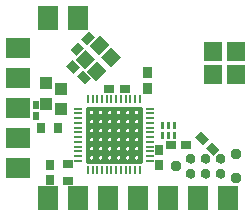
<source format=gts>
G04 DipTrace 2.4.0.2*
%IN3dBBLE.gts*%
%MOIN*%
%ADD10C,0.0098*%
%ADD37C,0.0374*%
%ADD45O,0.0094X0.0272*%
%ADD47O,0.0272X0.0094*%
%ADD49R,0.0213X0.0252*%
%ADD51R,0.0311X0.037*%
%ADD53R,0.0685X0.0816*%
%ADD55R,0.0816X0.0685*%
%ADD57R,0.037X0.0311*%
%ADD59R,0.0291X0.037*%
%ADD61R,0.0409X0.0449*%
%ADD63R,0.037X0.0291*%
%FSLAX44Y44*%
G04*
G70*
G90*
G75*
G01*
%LNTopMask*%
%LPD*%
G36*
X10741Y7739D2*
X10119D1*
Y8361D1*
X10741D1*
Y7739D1*
G37*
G36*
X11505D2*
X10883D1*
Y8361D1*
X11505D1*
Y7739D1*
G37*
G36*
Y8503D2*
X10883D1*
Y9125D1*
X11505D1*
Y8503D1*
G37*
G36*
X10741D2*
X10119D1*
Y9125D1*
X10741D1*
Y8503D1*
G37*
G36*
X9203Y6237D2*
X9089D1*
Y6469D1*
X9203D1*
Y6237D1*
G37*
G36*
X9007D2*
X8892D1*
Y6469D1*
X9007D1*
Y6237D1*
G37*
G36*
X8810D2*
X8696D1*
Y6469D1*
X8810D1*
Y6237D1*
G37*
G36*
Y5902D2*
X8696D1*
Y6135D1*
X8810D1*
Y5902D1*
G37*
G36*
X9007D2*
X8892D1*
Y6135D1*
X9007D1*
Y5902D1*
G37*
G36*
X9203D2*
X9089D1*
Y6135D1*
X9203D1*
Y5902D1*
G37*
G36*
X6245Y9024D2*
X6039Y9230D1*
X6301Y9491D1*
X6507Y9285D1*
X6245Y9024D1*
G37*
G36*
X5884Y8662D2*
X5678Y8868D1*
X5939Y9130D1*
X6145Y8924D1*
X5884Y8662D1*
G37*
G36*
X6371Y7915D2*
X6165Y7709D1*
X5903Y7970D1*
X6109Y8176D1*
X6371Y7915D1*
G37*
G36*
X6009Y8276D2*
X5803Y8070D1*
X5541Y8332D1*
X5747Y8538D1*
X6009Y8276D1*
G37*
D63*
X9025Y5680D3*
X9537D3*
D61*
X5348Y6895D3*
Y7564D3*
D63*
X7484Y7550D3*
X6972D3*
G36*
X8100Y7769D2*
X8391D1*
Y7398D1*
X8100D1*
Y7769D1*
G37*
G36*
Y8280D2*
X8391D1*
Y7910D1*
X8100D1*
Y8280D1*
G37*
D59*
X8645Y5535D3*
Y5023D3*
X5007Y5041D3*
Y4529D3*
D61*
X4862Y7073D3*
Y7742D3*
D57*
X5612Y5058D3*
Y4507D3*
D55*
X3937Y8937D3*
Y7937D3*
Y6937D3*
Y5937D3*
Y4937D3*
D53*
X4937Y9937D3*
X5937D3*
X6937Y3937D3*
X7937D3*
X8937D3*
D51*
X5250Y6273D3*
X4699D3*
D49*
X4520Y6642D3*
Y7036D3*
D53*
X4937Y3937D3*
X5937D3*
X9937D3*
X10937D3*
G36*
X10288Y5893D2*
X10082Y5687D1*
X9820Y5949D1*
X10026Y6155D1*
X10288Y5893D1*
G37*
G36*
X10650Y5531D2*
X10444Y5325D1*
X10182Y5587D1*
X10388Y5793D1*
X10650Y5531D1*
G37*
G36*
X9847Y5238D2*
X9845Y5267D1*
X9837Y5294D1*
X9825Y5320D1*
X9809Y5343D1*
X9789Y5363D1*
X9766Y5379D1*
X9740Y5391D1*
X9713Y5399D1*
X9684Y5401D1*
D1*
X9656Y5399D1*
X9629Y5391D1*
X9603Y5379D1*
X9580Y5363D1*
X9560Y5343D1*
X9543Y5320D1*
X9531Y5294D1*
X9524Y5267D1*
X9521Y5238D1*
D1*
X9524Y5210D1*
X9531Y5183D1*
X9543Y5157D1*
X9560Y5134D1*
X9580Y5113D1*
X9603Y5097D1*
X9629Y5085D1*
X9656Y5078D1*
X9684Y5075D1*
D1*
X9713Y5078D1*
X9740Y5085D1*
X9766Y5097D1*
X9789Y5113D1*
X9809Y5134D1*
X9825Y5157D1*
X9837Y5183D1*
X9845Y5210D1*
X9847Y5238D1*
G37*
G36*
X10347D2*
X10345Y5267D1*
X10337Y5294D1*
X10325Y5320D1*
X10309Y5343D1*
X10289Y5363D1*
X10266Y5379D1*
X10240Y5391D1*
X10213Y5399D1*
X10184Y5401D1*
D1*
X10156Y5399D1*
X10129Y5391D1*
X10103Y5379D1*
X10080Y5363D1*
X10060Y5343D1*
X10043Y5320D1*
X10031Y5294D1*
X10024Y5267D1*
X10021Y5238D1*
D1*
X10024Y5210D1*
X10031Y5183D1*
X10043Y5157D1*
X10060Y5134D1*
X10080Y5113D1*
X10103Y5097D1*
X10129Y5085D1*
X10156Y5078D1*
X10184Y5075D1*
D1*
X10213Y5078D1*
X10240Y5085D1*
X10266Y5097D1*
X10289Y5113D1*
X10309Y5134D1*
X10325Y5157D1*
X10337Y5183D1*
X10345Y5210D1*
X10347Y5238D1*
G37*
G36*
X10847D2*
X10845Y5267D1*
X10837Y5294D1*
X10825Y5320D1*
X10809Y5343D1*
X10789Y5363D1*
X10766Y5379D1*
X10740Y5391D1*
X10713Y5399D1*
X10684Y5401D1*
D1*
X10656Y5399D1*
X10629Y5391D1*
X10603Y5379D1*
X10580Y5363D1*
X10560Y5343D1*
X10543Y5320D1*
X10531Y5294D1*
X10524Y5267D1*
X10521Y5238D1*
D1*
X10524Y5210D1*
X10531Y5183D1*
X10543Y5157D1*
X10560Y5134D1*
X10580Y5113D1*
X10603Y5097D1*
X10629Y5085D1*
X10656Y5078D1*
X10684Y5075D1*
D1*
X10713Y5078D1*
X10740Y5085D1*
X10766Y5097D1*
X10789Y5113D1*
X10809Y5134D1*
X10825Y5157D1*
X10837Y5183D1*
X10845Y5210D1*
X10847Y5238D1*
G37*
G36*
Y4738D2*
X10845Y4767D1*
X10837Y4794D1*
X10825Y4820D1*
X10809Y4843D1*
X10789Y4863D1*
X10766Y4879D1*
X10740Y4891D1*
X10713Y4899D1*
X10684Y4901D1*
D1*
X10656Y4899D1*
X10629Y4891D1*
X10603Y4879D1*
X10580Y4863D1*
X10560Y4843D1*
X10543Y4820D1*
X10531Y4794D1*
X10524Y4767D1*
X10521Y4738D1*
D1*
X10524Y4710D1*
X10531Y4683D1*
X10543Y4657D1*
X10560Y4634D1*
X10580Y4613D1*
X10603Y4597D1*
X10629Y4585D1*
X10656Y4578D1*
X10684Y4575D1*
D1*
X10713Y4578D1*
X10740Y4585D1*
X10766Y4597D1*
X10789Y4613D1*
X10809Y4634D1*
X10825Y4657D1*
X10837Y4683D1*
X10845Y4710D1*
X10847Y4738D1*
G37*
G36*
X10347D2*
X10345Y4767D1*
X10337Y4794D1*
X10325Y4820D1*
X10309Y4843D1*
X10289Y4863D1*
X10266Y4879D1*
X10240Y4891D1*
X10213Y4899D1*
X10184Y4901D1*
D1*
X10156Y4899D1*
X10129Y4891D1*
X10103Y4879D1*
X10080Y4863D1*
X10060Y4843D1*
X10043Y4820D1*
X10031Y4794D1*
X10024Y4767D1*
X10021Y4738D1*
D1*
X10024Y4710D1*
X10031Y4683D1*
X10043Y4657D1*
X10060Y4634D1*
X10080Y4613D1*
X10103Y4597D1*
X10129Y4585D1*
X10156Y4578D1*
X10184Y4575D1*
D1*
X10213Y4578D1*
X10240Y4585D1*
X10266Y4597D1*
X10289Y4613D1*
X10309Y4634D1*
X10325Y4657D1*
X10337Y4683D1*
X10345Y4710D1*
X10347Y4738D1*
G37*
G36*
X9847D2*
X9845Y4767D1*
X9837Y4794D1*
X9825Y4820D1*
X9809Y4843D1*
X9789Y4863D1*
X9766Y4879D1*
X9740Y4891D1*
X9713Y4899D1*
X9684Y4901D1*
D1*
X9656Y4899D1*
X9629Y4891D1*
X9603Y4879D1*
X9580Y4863D1*
X9560Y4843D1*
X9543Y4820D1*
X9531Y4794D1*
X9524Y4767D1*
X9521Y4738D1*
D1*
X9524Y4710D1*
X9531Y4683D1*
X9543Y4657D1*
X9560Y4634D1*
X9580Y4613D1*
X9603Y4597D1*
X9629Y4585D1*
X9656Y4578D1*
X9684Y4575D1*
D1*
X9713Y4578D1*
X9740Y4585D1*
X9766Y4597D1*
X9789Y4613D1*
X9809Y4634D1*
X9825Y4657D1*
X9837Y4683D1*
X9845Y4710D1*
X9847Y4738D1*
G37*
D37*
X9184Y4988D3*
X11184Y5388D3*
Y4588D3*
X7468Y6183D2*
D10*
Y6191D1*
X7469Y6198D1*
X7470Y6206D1*
X7472Y6213D1*
X7474Y6221D1*
X7477Y6228D1*
X7480Y6235D1*
X7484Y6241D1*
X7488Y6248D1*
X7492Y6254D1*
X7497Y6259D1*
X7502Y6265D1*
X7508Y6270D1*
X7514Y6274D1*
X7520Y6278D1*
X7527Y6282D1*
X7533Y6285D1*
X7540Y6288D1*
X7547Y6290D1*
X7554Y6291D1*
X7562Y6292D1*
X7569Y6293D1*
X7576D1*
X7584Y6292D1*
X7591Y6291D1*
X7598Y6290D1*
X7605Y6288D1*
X7612Y6285D1*
X7619Y6282D1*
X7625Y6278D1*
X7631Y6274D1*
X7637Y6270D1*
X7643Y6265D1*
X7648Y6259D1*
X7653Y6254D1*
X7658Y6248D1*
X7662Y6241D1*
X7665Y6235D1*
X7669Y6228D1*
X7671Y6221D1*
X7674Y6213D1*
X7675Y6206D1*
X7677Y6198D1*
Y6191D1*
X7678Y6183D1*
X7677Y6175D1*
Y6168D1*
X7675Y6160D1*
X7674Y6153D1*
X7671Y6145D1*
X7669Y6138D1*
X7665Y6131D1*
X7662Y6125D1*
X7658Y6118D1*
X7653Y6112D1*
X7648Y6107D1*
X7643Y6101D1*
X7637Y6096D1*
X7631Y6092D1*
X7625Y6088D1*
X7619Y6084D1*
X7612Y6081D1*
X7605Y6078D1*
X7598Y6076D1*
X7591Y6075D1*
X7584Y6074D1*
X7576Y6073D1*
X7569D1*
X7562Y6074D1*
X7554Y6075D1*
X7547Y6076D1*
X7540Y6078D1*
X7533Y6081D1*
X7527Y6084D1*
X7520Y6088D1*
X7514Y6092D1*
X7508Y6096D1*
X7502Y6101D1*
X7497Y6107D1*
X7492Y6112D1*
X7488Y6118D1*
X7484Y6125D1*
X7480Y6131D1*
X7477Y6138D1*
X7474Y6145D1*
X7472Y6153D1*
X7470Y6160D1*
X7469Y6168D1*
X7468Y6175D1*
Y6183D1*
X7767Y6184D2*
Y6192D1*
X7768Y6200D1*
X7769Y6207D1*
X7771Y6215D1*
X7773Y6222D1*
X7776Y6229D1*
X7779Y6236D1*
X7783Y6243D1*
X7787Y6249D1*
X7792Y6255D1*
X7797Y6261D1*
X7802Y6266D1*
X7807Y6271D1*
X7813Y6275D1*
X7820Y6280D1*
X7826Y6283D1*
X7833Y6286D1*
X7840Y6289D1*
X7847Y6291D1*
X7854Y6293D1*
X7861Y6294D1*
X7868D1*
X7876D1*
X7883D1*
X7890Y6293D1*
X7897Y6291D1*
X7904Y6289D1*
X7911Y6286D1*
X7918Y6283D1*
X7925Y6280D1*
X7931Y6275D1*
X7937Y6271D1*
X7942Y6266D1*
X7948Y6261D1*
X7952Y6255D1*
X7957Y6249D1*
X7961Y6243D1*
X7965Y6236D1*
X7968Y6229D1*
X7971Y6222D1*
X7973Y6215D1*
X7975Y6207D1*
X7976Y6200D1*
X7977Y6192D1*
Y6184D1*
Y6177D1*
X7976Y6169D1*
X7975Y6161D1*
X7973Y6154D1*
X7971Y6147D1*
X7968Y6140D1*
X7965Y6133D1*
X7961Y6126D1*
X7957Y6120D1*
X7952Y6114D1*
X7948Y6108D1*
X7942Y6102D1*
X7937Y6098D1*
X7931Y6093D1*
X7925Y6089D1*
X7918Y6085D1*
X7911Y6082D1*
X7904Y6080D1*
X7897Y6078D1*
X7890Y6076D1*
X7883Y6075D1*
X7876Y6074D1*
X7868D1*
X7861Y6075D1*
X7854Y6076D1*
X7847Y6078D1*
X7840Y6080D1*
X7833Y6082D1*
X7826Y6085D1*
X7820Y6089D1*
X7813Y6093D1*
X7807Y6098D1*
X7802Y6102D1*
X7797Y6108D1*
X7792Y6114D1*
X7787Y6120D1*
X7783Y6126D1*
X7779Y6133D1*
X7776Y6140D1*
X7773Y6147D1*
X7771Y6154D1*
X7769Y6161D1*
X7768Y6169D1*
X7767Y6177D1*
Y6184D1*
X6868Y6183D2*
Y6191D1*
X6869Y6198D1*
X6870Y6206D1*
X6872Y6213D1*
X6874Y6221D1*
X6877Y6228D1*
X6880Y6235D1*
X6884Y6241D1*
X6888Y6248D1*
X6893Y6254D1*
X6898Y6259D1*
X6903Y6265D1*
X6908Y6270D1*
X6914Y6274D1*
X6921Y6278D1*
X6927Y6282D1*
X6934Y6285D1*
X6941Y6288D1*
X6948Y6290D1*
X6955Y6291D1*
X6962Y6292D1*
X6969Y6293D1*
X6977D1*
X6984Y6292D1*
X6991Y6291D1*
X6998Y6290D1*
X7006Y6288D1*
X7012Y6285D1*
X7019Y6282D1*
X7026Y6278D1*
X7032Y6274D1*
X7038Y6270D1*
X7043Y6265D1*
X7049Y6259D1*
X7053Y6254D1*
X7058Y6248D1*
X7062Y6241D1*
X7066Y6235D1*
X7069Y6228D1*
X7072Y6221D1*
X7074Y6213D1*
X7076Y6206D1*
X7077Y6198D1*
X7078Y6191D1*
Y6183D1*
Y6175D1*
X7077Y6168D1*
X7076Y6160D1*
X7074Y6153D1*
X7072Y6145D1*
X7069Y6138D1*
X7066Y6131D1*
X7062Y6125D1*
X7058Y6118D1*
X7053Y6112D1*
X7049Y6107D1*
X7043Y6101D1*
X7038Y6096D1*
X7032Y6092D1*
X7026Y6088D1*
X7019Y6084D1*
X7012Y6081D1*
X7006Y6078D1*
X6998Y6076D1*
X6991Y6075D1*
X6984Y6074D1*
X6977Y6073D1*
X6969D1*
X6962Y6074D1*
X6955Y6075D1*
X6948Y6076D1*
X6941Y6078D1*
X6934Y6081D1*
X6927Y6084D1*
X6921Y6088D1*
X6914Y6092D1*
X6908Y6096D1*
X6903Y6101D1*
X6898Y6107D1*
X6893Y6112D1*
X6888Y6118D1*
X6884Y6125D1*
X6880Y6131D1*
X6877Y6138D1*
X6874Y6145D1*
X6872Y6153D1*
X6870Y6160D1*
X6869Y6168D1*
X6868Y6175D1*
Y6183D1*
X7167Y6184D2*
Y6192D1*
X7168Y6200D1*
X7169Y6207D1*
X7171Y6215D1*
X7174Y6222D1*
X7176Y6229D1*
X7179Y6236D1*
X7183Y6243D1*
X7187Y6249D1*
X7192Y6255D1*
X7197Y6261D1*
X7202Y6266D1*
X7208Y6271D1*
X7213Y6275D1*
X7220Y6280D1*
X7226Y6283D1*
X7233Y6286D1*
X7240Y6289D1*
X7247Y6291D1*
X7254Y6293D1*
X7261Y6294D1*
X7268D1*
X7276D1*
X7283D1*
X7290Y6293D1*
X7298Y6291D1*
X7305Y6289D1*
X7311Y6286D1*
X7318Y6283D1*
X7325Y6280D1*
X7331Y6275D1*
X7337Y6271D1*
X7342Y6266D1*
X7348Y6261D1*
X7353Y6255D1*
X7357Y6249D1*
X7361Y6243D1*
X7365Y6236D1*
X7368Y6229D1*
X7371Y6222D1*
X7373Y6215D1*
X7375Y6207D1*
X7376Y6200D1*
X7377Y6192D1*
Y6184D1*
Y6177D1*
X7376Y6169D1*
X7375Y6161D1*
X7373Y6154D1*
X7371Y6147D1*
X7368Y6140D1*
X7365Y6133D1*
X7361Y6126D1*
X7357Y6120D1*
X7353Y6114D1*
X7348Y6108D1*
X7342Y6102D1*
X7337Y6098D1*
X7331Y6093D1*
X7325Y6089D1*
X7318Y6085D1*
X7311Y6082D1*
X7305Y6080D1*
X7298Y6078D1*
X7290Y6076D1*
X7283Y6075D1*
X7276Y6074D1*
X7268D1*
X7261Y6075D1*
X7254Y6076D1*
X7247Y6078D1*
X7240Y6080D1*
X7233Y6082D1*
X7226Y6085D1*
X7220Y6089D1*
X7213Y6093D1*
X7208Y6098D1*
X7202Y6102D1*
X7197Y6108D1*
X7192Y6114D1*
X7187Y6120D1*
X7183Y6126D1*
X7179Y6133D1*
X7176Y6140D1*
X7174Y6147D1*
X7171Y6154D1*
X7169Y6161D1*
X7168Y6169D1*
X7167Y6177D1*
Y6184D1*
X6568D2*
Y6192D1*
X6569Y6200D1*
X6570Y6207D1*
X6572Y6215D1*
X6574Y6222D1*
X6577Y6229D1*
X6580Y6236D1*
X6584Y6243D1*
X6588Y6249D1*
X6592Y6255D1*
X6597Y6261D1*
X6602Y6266D1*
X6608Y6271D1*
X6614Y6275D1*
X6620Y6280D1*
X6627Y6283D1*
X6633Y6286D1*
X6640Y6289D1*
X6647Y6291D1*
X6654Y6293D1*
X6662Y6294D1*
X6669D1*
X6676D1*
X6684D1*
X6691Y6293D1*
X6698Y6291D1*
X6705Y6289D1*
X6712Y6286D1*
X6719Y6283D1*
X6725Y6280D1*
X6731Y6275D1*
X6737Y6271D1*
X6743Y6266D1*
X6748Y6261D1*
X6753Y6255D1*
X6757Y6249D1*
X6762Y6243D1*
X6765Y6236D1*
X6768Y6229D1*
X6771Y6222D1*
X6773Y6215D1*
X6775Y6207D1*
X6777Y6200D1*
Y6192D1*
X6778Y6184D1*
X6777Y6177D1*
Y6169D1*
X6775Y6161D1*
X6773Y6154D1*
X6771Y6147D1*
X6768Y6140D1*
X6765Y6133D1*
X6762Y6126D1*
X6757Y6120D1*
X6753Y6114D1*
X6748Y6108D1*
X6743Y6102D1*
X6737Y6098D1*
X6731Y6093D1*
X6725Y6089D1*
X6719Y6085D1*
X6712Y6082D1*
X6705Y6080D1*
X6698Y6078D1*
X6691Y6076D1*
X6684Y6075D1*
X6676Y6074D1*
X6669D1*
X6662Y6075D1*
X6654Y6076D1*
X6647Y6078D1*
X6640Y6080D1*
X6633Y6082D1*
X6627Y6085D1*
X6620Y6089D1*
X6614Y6093D1*
X6608Y6098D1*
X6602Y6102D1*
X6597Y6108D1*
X6592Y6114D1*
X6588Y6120D1*
X6584Y6126D1*
X6580Y6133D1*
X6577Y6140D1*
X6574Y6147D1*
X6572Y6154D1*
X6570Y6161D1*
X6569Y6169D1*
X6568Y6177D1*
Y6184D1*
X6267D2*
Y6192D1*
X6268Y6200D1*
X6269Y6207D1*
X6271Y6215D1*
X6273Y6222D1*
X6276Y6229D1*
X6279Y6236D1*
X6283Y6243D1*
X6287Y6249D1*
X6292Y6255D1*
X6297Y6261D1*
X6302Y6266D1*
X6307Y6271D1*
X6313Y6275D1*
X6320Y6280D1*
X6326Y6283D1*
X6333Y6286D1*
X6340Y6289D1*
X6347Y6291D1*
X6354Y6293D1*
X6361Y6294D1*
X6368D1*
X6376D1*
X6383D1*
X6390Y6293D1*
X6397Y6291D1*
X6404Y6289D1*
X6411Y6286D1*
X6418Y6283D1*
X6425Y6280D1*
X6431Y6275D1*
X6437Y6271D1*
X6442Y6266D1*
X6448Y6261D1*
X6452Y6255D1*
X6457Y6249D1*
X6461Y6243D1*
X6465Y6236D1*
X6468Y6229D1*
X6471Y6222D1*
X6473Y6215D1*
X6475Y6207D1*
X6476Y6200D1*
X6477Y6192D1*
Y6184D1*
Y6177D1*
X6476Y6169D1*
X6475Y6161D1*
X6473Y6154D1*
X6471Y6147D1*
X6468Y6140D1*
X6465Y6133D1*
X6461Y6126D1*
X6457Y6120D1*
X6452Y6114D1*
X6448Y6108D1*
X6442Y6102D1*
X6437Y6098D1*
X6431Y6093D1*
X6425Y6089D1*
X6418Y6085D1*
X6411Y6082D1*
X6404Y6080D1*
X6397Y6078D1*
X6390Y6076D1*
X6383Y6075D1*
X6376Y6074D1*
X6368D1*
X6361Y6075D1*
X6354Y6076D1*
X6347Y6078D1*
X6340Y6080D1*
X6333Y6082D1*
X6326Y6085D1*
X6320Y6089D1*
X6313Y6093D1*
X6307Y6098D1*
X6302Y6102D1*
X6297Y6108D1*
X6292Y6114D1*
X6287Y6120D1*
X6283Y6126D1*
X6279Y6133D1*
X6276Y6140D1*
X6273Y6147D1*
X6271Y6154D1*
X6269Y6161D1*
X6268Y6169D1*
X6267Y6177D1*
Y6184D1*
X7468Y5881D2*
Y5889D1*
X7469Y5896D1*
X7470Y5904D1*
X7472Y5911D1*
X7474Y5919D1*
X7477Y5926D1*
X7480Y5933D1*
X7484Y5939D1*
X7488Y5946D1*
X7492Y5952D1*
X7497Y5958D1*
X7502Y5963D1*
X7508Y5968D1*
X7514Y5972D1*
X7520Y5976D1*
X7527Y5980D1*
X7533Y5983D1*
X7540Y5986D1*
X7547Y5988D1*
X7554Y5989D1*
X7562Y5991D1*
X7569D1*
X7576D1*
X7584D1*
X7591Y5989D1*
X7598Y5988D1*
X7605Y5986D1*
X7612Y5983D1*
X7619Y5980D1*
X7625Y5976D1*
X7631Y5972D1*
X7637Y5968D1*
X7643Y5963D1*
X7648Y5958D1*
X7653Y5952D1*
X7658Y5946D1*
X7662Y5939D1*
X7665Y5933D1*
X7669Y5926D1*
X7671Y5919D1*
X7674Y5911D1*
X7675Y5904D1*
X7677Y5896D1*
Y5889D1*
X7678Y5881D1*
X7677Y5873D1*
Y5866D1*
X7675Y5858D1*
X7674Y5851D1*
X7671Y5844D1*
X7669Y5836D1*
X7665Y5830D1*
X7662Y5823D1*
X7658Y5817D1*
X7653Y5810D1*
X7648Y5805D1*
X7643Y5799D1*
X7637Y5794D1*
X7631Y5790D1*
X7625Y5786D1*
X7619Y5782D1*
X7612Y5779D1*
X7605Y5777D1*
X7598Y5774D1*
X7591Y5773D1*
X7584Y5772D1*
X7576Y5771D1*
X7569D1*
X7562Y5772D1*
X7554Y5773D1*
X7547Y5774D1*
X7540Y5777D1*
X7533Y5779D1*
X7527Y5782D1*
X7520Y5786D1*
X7514Y5790D1*
X7508Y5794D1*
X7502Y5799D1*
X7497Y5805D1*
X7492Y5810D1*
X7488Y5817D1*
X7484Y5823D1*
X7480Y5830D1*
X7477Y5836D1*
X7474Y5844D1*
X7472Y5851D1*
X7470Y5858D1*
X7469Y5866D1*
X7468Y5873D1*
Y5881D1*
X7767Y5882D2*
Y5890D1*
X7768Y5898D1*
X7769Y5905D1*
X7771Y5913D1*
X7773Y5920D1*
X7776Y5927D1*
X7779Y5934D1*
X7783Y5941D1*
X7787Y5947D1*
X7792Y5953D1*
X7797Y5959D1*
X7802Y5964D1*
X7807Y5969D1*
X7813Y5974D1*
X7820Y5978D1*
X7826Y5981D1*
X7833Y5984D1*
X7840Y5987D1*
X7847Y5989D1*
X7854Y5991D1*
X7861Y5992D1*
X7868D1*
X7876D1*
X7883D1*
X7890Y5991D1*
X7897Y5989D1*
X7904Y5987D1*
X7911Y5984D1*
X7918Y5981D1*
X7925Y5978D1*
X7931Y5974D1*
X7937Y5969D1*
X7942Y5964D1*
X7948Y5959D1*
X7952Y5953D1*
X7957Y5947D1*
X7961Y5941D1*
X7965Y5934D1*
X7968Y5927D1*
X7971Y5920D1*
X7973Y5913D1*
X7975Y5905D1*
X7976Y5898D1*
X7977Y5890D1*
Y5882D1*
Y5875D1*
X7976Y5867D1*
X7975Y5860D1*
X7973Y5852D1*
X7971Y5845D1*
X7968Y5838D1*
X7965Y5831D1*
X7961Y5824D1*
X7957Y5818D1*
X7952Y5812D1*
X7948Y5806D1*
X7942Y5801D1*
X7937Y5796D1*
X7931Y5791D1*
X7925Y5787D1*
X7918Y5784D1*
X7911Y5780D1*
X7904Y5778D1*
X7897Y5776D1*
X7890Y5774D1*
X7883Y5773D1*
X7876D1*
X7868D1*
X7861D1*
X7854Y5774D1*
X7847Y5776D1*
X7840Y5778D1*
X7833Y5780D1*
X7826Y5784D1*
X7820Y5787D1*
X7813Y5791D1*
X7807Y5796D1*
X7802Y5801D1*
X7797Y5806D1*
X7792Y5812D1*
X7787Y5818D1*
X7783Y5824D1*
X7779Y5831D1*
X7776Y5838D1*
X7773Y5845D1*
X7771Y5852D1*
X7769Y5860D1*
X7768Y5867D1*
X7767Y5875D1*
Y5882D1*
X6868Y5881D2*
Y5889D1*
X6869Y5896D1*
X6870Y5904D1*
X6872Y5911D1*
X6874Y5919D1*
X6877Y5926D1*
X6880Y5933D1*
X6884Y5939D1*
X6888Y5946D1*
X6893Y5952D1*
X6898Y5958D1*
X6903Y5963D1*
X6908Y5968D1*
X6914Y5972D1*
X6921Y5976D1*
X6927Y5980D1*
X6934Y5983D1*
X6941Y5986D1*
X6948Y5988D1*
X6955Y5989D1*
X6962Y5991D1*
X6969D1*
X6977D1*
X6984D1*
X6991Y5989D1*
X6998Y5988D1*
X7006Y5986D1*
X7012Y5983D1*
X7019Y5980D1*
X7026Y5976D1*
X7032Y5972D1*
X7038Y5968D1*
X7043Y5963D1*
X7049Y5958D1*
X7053Y5952D1*
X7058Y5946D1*
X7062Y5939D1*
X7066Y5933D1*
X7069Y5926D1*
X7072Y5919D1*
X7074Y5911D1*
X7076Y5904D1*
X7077Y5896D1*
X7078Y5889D1*
Y5881D1*
Y5873D1*
X7077Y5866D1*
X7076Y5858D1*
X7074Y5851D1*
X7072Y5844D1*
X7069Y5836D1*
X7066Y5830D1*
X7062Y5823D1*
X7058Y5817D1*
X7053Y5810D1*
X7049Y5805D1*
X7043Y5799D1*
X7038Y5794D1*
X7032Y5790D1*
X7026Y5786D1*
X7019Y5782D1*
X7012Y5779D1*
X7006Y5777D1*
X6998Y5774D1*
X6991Y5773D1*
X6984Y5772D1*
X6977Y5771D1*
X6969D1*
X6962Y5772D1*
X6955Y5773D1*
X6948Y5774D1*
X6941Y5777D1*
X6934Y5779D1*
X6927Y5782D1*
X6921Y5786D1*
X6914Y5790D1*
X6908Y5794D1*
X6903Y5799D1*
X6898Y5805D1*
X6893Y5810D1*
X6888Y5817D1*
X6884Y5823D1*
X6880Y5830D1*
X6877Y5836D1*
X6874Y5844D1*
X6872Y5851D1*
X6870Y5858D1*
X6869Y5866D1*
X6868Y5873D1*
Y5881D1*
X7167Y5882D2*
Y5890D1*
X7168Y5898D1*
X7169Y5905D1*
X7171Y5913D1*
X7174Y5920D1*
X7176Y5927D1*
X7179Y5934D1*
X7183Y5941D1*
X7187Y5947D1*
X7192Y5953D1*
X7197Y5959D1*
X7202Y5964D1*
X7208Y5969D1*
X7213Y5974D1*
X7220Y5978D1*
X7226Y5981D1*
X7233Y5984D1*
X7240Y5987D1*
X7247Y5989D1*
X7254Y5991D1*
X7261Y5992D1*
X7268D1*
X7276D1*
X7283D1*
X7290Y5991D1*
X7298Y5989D1*
X7305Y5987D1*
X7311Y5984D1*
X7318Y5981D1*
X7325Y5978D1*
X7331Y5974D1*
X7337Y5969D1*
X7342Y5964D1*
X7348Y5959D1*
X7353Y5953D1*
X7357Y5947D1*
X7361Y5941D1*
X7365Y5934D1*
X7368Y5927D1*
X7371Y5920D1*
X7373Y5913D1*
X7375Y5905D1*
X7376Y5898D1*
X7377Y5890D1*
Y5882D1*
Y5875D1*
X7376Y5867D1*
X7375Y5860D1*
X7373Y5852D1*
X7371Y5845D1*
X7368Y5838D1*
X7365Y5831D1*
X7361Y5824D1*
X7357Y5818D1*
X7353Y5812D1*
X7348Y5806D1*
X7342Y5801D1*
X7337Y5796D1*
X7331Y5791D1*
X7325Y5787D1*
X7318Y5784D1*
X7311Y5780D1*
X7305Y5778D1*
X7298Y5776D1*
X7290Y5774D1*
X7283Y5773D1*
X7276D1*
X7268D1*
X7261D1*
X7254Y5774D1*
X7247Y5776D1*
X7240Y5778D1*
X7233Y5780D1*
X7226Y5784D1*
X7220Y5787D1*
X7213Y5791D1*
X7208Y5796D1*
X7202Y5801D1*
X7197Y5806D1*
X7192Y5812D1*
X7187Y5818D1*
X7183Y5824D1*
X7179Y5831D1*
X7176Y5838D1*
X7174Y5845D1*
X7171Y5852D1*
X7169Y5860D1*
X7168Y5867D1*
X7167Y5875D1*
Y5882D1*
X6568D2*
Y5890D1*
X6569Y5898D1*
X6570Y5905D1*
X6572Y5913D1*
X6574Y5920D1*
X6577Y5927D1*
X6580Y5934D1*
X6584Y5941D1*
X6588Y5947D1*
X6592Y5953D1*
X6597Y5959D1*
X6602Y5964D1*
X6608Y5969D1*
X6614Y5974D1*
X6620Y5978D1*
X6627Y5981D1*
X6633Y5984D1*
X6640Y5987D1*
X6647Y5989D1*
X6654Y5991D1*
X6662Y5992D1*
X6669D1*
X6676D1*
X6684D1*
X6691Y5991D1*
X6698Y5989D1*
X6705Y5987D1*
X6712Y5984D1*
X6719Y5981D1*
X6725Y5978D1*
X6731Y5974D1*
X6737Y5969D1*
X6743Y5964D1*
X6748Y5959D1*
X6753Y5953D1*
X6757Y5947D1*
X6762Y5941D1*
X6765Y5934D1*
X6768Y5927D1*
X6771Y5920D1*
X6773Y5913D1*
X6775Y5905D1*
X6777Y5898D1*
Y5890D1*
X6778Y5882D1*
X6777Y5875D1*
Y5867D1*
X6775Y5860D1*
X6773Y5852D1*
X6771Y5845D1*
X6768Y5838D1*
X6765Y5831D1*
X6762Y5824D1*
X6757Y5818D1*
X6753Y5812D1*
X6748Y5806D1*
X6743Y5801D1*
X6737Y5796D1*
X6731Y5791D1*
X6725Y5787D1*
X6719Y5784D1*
X6712Y5780D1*
X6705Y5778D1*
X6698Y5776D1*
X6691Y5774D1*
X6684Y5773D1*
X6676D1*
X6669D1*
X6662D1*
X6654Y5774D1*
X6647Y5776D1*
X6640Y5778D1*
X6633Y5780D1*
X6627Y5784D1*
X6620Y5787D1*
X6614Y5791D1*
X6608Y5796D1*
X6602Y5801D1*
X6597Y5806D1*
X6592Y5812D1*
X6588Y5818D1*
X6584Y5824D1*
X6580Y5831D1*
X6577Y5838D1*
X6574Y5845D1*
X6572Y5852D1*
X6570Y5860D1*
X6569Y5867D1*
X6568Y5875D1*
Y5882D1*
X6267D2*
Y5890D1*
X6268Y5898D1*
X6269Y5905D1*
X6271Y5913D1*
X6273Y5920D1*
X6276Y5927D1*
X6279Y5934D1*
X6283Y5941D1*
X6287Y5947D1*
X6292Y5953D1*
X6297Y5959D1*
X6302Y5964D1*
X6307Y5969D1*
X6313Y5974D1*
X6320Y5978D1*
X6326Y5981D1*
X6333Y5984D1*
X6340Y5987D1*
X6347Y5989D1*
X6354Y5991D1*
X6361Y5992D1*
X6368D1*
X6376D1*
X6383D1*
X6390Y5991D1*
X6397Y5989D1*
X6404Y5987D1*
X6411Y5984D1*
X6418Y5981D1*
X6425Y5978D1*
X6431Y5974D1*
X6437Y5969D1*
X6442Y5964D1*
X6448Y5959D1*
X6452Y5953D1*
X6457Y5947D1*
X6461Y5941D1*
X6465Y5934D1*
X6468Y5927D1*
X6471Y5920D1*
X6473Y5913D1*
X6475Y5905D1*
X6476Y5898D1*
X6477Y5890D1*
Y5882D1*
Y5875D1*
X6476Y5867D1*
X6475Y5860D1*
X6473Y5852D1*
X6471Y5845D1*
X6468Y5838D1*
X6465Y5831D1*
X6461Y5824D1*
X6457Y5818D1*
X6452Y5812D1*
X6448Y5806D1*
X6442Y5801D1*
X6437Y5796D1*
X6431Y5791D1*
X6425Y5787D1*
X6418Y5784D1*
X6411Y5780D1*
X6404Y5778D1*
X6397Y5776D1*
X6390Y5774D1*
X6383Y5773D1*
X6376D1*
X6368D1*
X6361D1*
X6354Y5774D1*
X6347Y5776D1*
X6340Y5778D1*
X6333Y5780D1*
X6326Y5784D1*
X6320Y5787D1*
X6313Y5791D1*
X6307Y5796D1*
X6302Y5801D1*
X6297Y5806D1*
X6292Y5812D1*
X6287Y5818D1*
X6283Y5824D1*
X6279Y5831D1*
X6276Y5838D1*
X6273Y5845D1*
X6271Y5852D1*
X6269Y5860D1*
X6268Y5867D1*
X6267Y5875D1*
Y5882D1*
X7469Y6483D2*
Y6491D1*
X7470Y6499D1*
X7471Y6506D1*
X7473Y6514D1*
X7475Y6521D1*
X7478Y6528D1*
X7481Y6535D1*
X7485Y6542D1*
X7489Y6548D1*
X7494Y6554D1*
X7499Y6560D1*
X7504Y6565D1*
X7509Y6570D1*
X7515Y6575D1*
X7522Y6579D1*
X7528Y6582D1*
X7535Y6585D1*
X7542Y6588D1*
X7549Y6590D1*
X7556Y6592D1*
X7563Y6593D1*
X7570D1*
X7578D1*
X7585D1*
X7592Y6592D1*
X7600Y6590D1*
X7607Y6588D1*
X7613Y6585D1*
X7620Y6582D1*
X7627Y6579D1*
X7633Y6575D1*
X7639Y6570D1*
X7644Y6565D1*
X7650Y6560D1*
X7655Y6554D1*
X7659Y6548D1*
X7663Y6542D1*
X7667Y6535D1*
X7670Y6528D1*
X7673Y6521D1*
X7675Y6514D1*
X7677Y6506D1*
X7678Y6499D1*
X7679Y6491D1*
Y6483D1*
Y6476D1*
X7678Y6468D1*
X7677Y6460D1*
X7675Y6453D1*
X7673Y6446D1*
X7670Y6439D1*
X7667Y6432D1*
X7663Y6425D1*
X7659Y6419D1*
X7655Y6413D1*
X7650Y6407D1*
X7644Y6402D1*
X7639Y6397D1*
X7633Y6392D1*
X7627Y6388D1*
X7620Y6385D1*
X7613Y6381D1*
X7607Y6379D1*
X7600Y6377D1*
X7592Y6375D1*
X7585Y6374D1*
X7578Y6373D1*
X7570D1*
X7563Y6374D1*
X7556Y6375D1*
X7549Y6377D1*
X7542Y6379D1*
X7535Y6381D1*
X7528Y6385D1*
X7522Y6388D1*
X7515Y6392D1*
X7509Y6397D1*
X7504Y6402D1*
X7499Y6407D1*
X7494Y6413D1*
X7489Y6419D1*
X7485Y6425D1*
X7481Y6432D1*
X7478Y6439D1*
X7475Y6446D1*
X7473Y6453D1*
X7471Y6460D1*
X7470Y6468D1*
X7469Y6476D1*
Y6483D1*
X7768Y6485D2*
Y6492D1*
X7769Y6500D1*
X7771Y6508D1*
X7772Y6515D1*
X7775Y6522D1*
X7777Y6529D1*
X7781Y6536D1*
X7784Y6543D1*
X7788Y6549D1*
X7793Y6555D1*
X7798Y6561D1*
X7803Y6566D1*
X7809Y6571D1*
X7814Y6576D1*
X7821Y6580D1*
X7827Y6584D1*
X7834Y6587D1*
X7841Y6589D1*
X7848Y6591D1*
X7855Y6593D1*
X7862Y6594D1*
X7870Y6595D1*
X7877D1*
X7884Y6594D1*
X7891Y6593D1*
X7899Y6591D1*
X7906Y6589D1*
X7913Y6587D1*
X7919Y6584D1*
X7926Y6580D1*
X7932Y6576D1*
X7938Y6571D1*
X7943Y6566D1*
X7949Y6561D1*
X7954Y6555D1*
X7958Y6549D1*
X7962Y6543D1*
X7966Y6536D1*
X7969Y6529D1*
X7972Y6522D1*
X7974Y6515D1*
X7976Y6508D1*
X7977Y6500D1*
X7978Y6492D1*
Y6485D1*
Y6477D1*
X7977Y6469D1*
X7976Y6462D1*
X7974Y6454D1*
X7972Y6447D1*
X7969Y6440D1*
X7966Y6433D1*
X7962Y6426D1*
X7958Y6420D1*
X7954Y6414D1*
X7949Y6408D1*
X7943Y6403D1*
X7938Y6398D1*
X7932Y6393D1*
X7926Y6389D1*
X7919Y6386D1*
X7913Y6383D1*
X7906Y6380D1*
X7899Y6378D1*
X7891Y6376D1*
X7884Y6375D1*
X7877D1*
X7870D1*
X7862D1*
X7855Y6376D1*
X7848Y6378D1*
X7841Y6380D1*
X7834Y6383D1*
X7827Y6386D1*
X7821Y6389D1*
X7814Y6393D1*
X7809Y6398D1*
X7803Y6403D1*
X7798Y6408D1*
X7793Y6414D1*
X7788Y6420D1*
X7784Y6426D1*
X7781Y6433D1*
X7777Y6440D1*
X7775Y6447D1*
X7772Y6454D1*
X7771Y6462D1*
X7769Y6469D1*
X7768Y6477D1*
Y6485D1*
X6869Y6483D2*
X6870Y6491D1*
Y6499D1*
X6872Y6506D1*
X6873Y6514D1*
X6876Y6521D1*
X6878Y6528D1*
X6882Y6535D1*
X6885Y6542D1*
X6889Y6548D1*
X6894Y6554D1*
X6899Y6560D1*
X6904Y6565D1*
X6910Y6570D1*
X6916Y6575D1*
X6922Y6579D1*
X6928Y6582D1*
X6935Y6585D1*
X6942Y6588D1*
X6949Y6590D1*
X6956Y6592D1*
X6963Y6593D1*
X6971D1*
X6978D1*
X6985D1*
X6992Y6592D1*
X7000Y6590D1*
X7007Y6588D1*
X7014Y6585D1*
X7020Y6582D1*
X7027Y6579D1*
X7033Y6575D1*
X7039Y6570D1*
X7044Y6565D1*
X7050Y6560D1*
X7055Y6554D1*
X7059Y6548D1*
X7063Y6542D1*
X7067Y6535D1*
X7070Y6528D1*
X7073Y6521D1*
X7075Y6514D1*
X7077Y6506D1*
X7078Y6499D1*
X7079Y6491D1*
Y6483D1*
Y6476D1*
X7078Y6468D1*
X7077Y6460D1*
X7075Y6453D1*
X7073Y6446D1*
X7070Y6439D1*
X7067Y6432D1*
X7063Y6425D1*
X7059Y6419D1*
X7055Y6413D1*
X7050Y6407D1*
X7044Y6402D1*
X7039Y6397D1*
X7033Y6392D1*
X7027Y6388D1*
X7020Y6385D1*
X7014Y6381D1*
X7007Y6379D1*
X7000Y6377D1*
X6992Y6375D1*
X6985Y6374D1*
X6978Y6373D1*
X6971D1*
X6963Y6374D1*
X6956Y6375D1*
X6949Y6377D1*
X6942Y6379D1*
X6935Y6381D1*
X6928Y6385D1*
X6922Y6388D1*
X6916Y6392D1*
X6910Y6397D1*
X6904Y6402D1*
X6899Y6407D1*
X6894Y6413D1*
X6889Y6419D1*
X6885Y6425D1*
X6882Y6432D1*
X6878Y6439D1*
X6876Y6446D1*
X6873Y6453D1*
X6872Y6460D1*
X6870Y6468D1*
Y6476D1*
X6869Y6483D1*
X7169Y6485D2*
Y6492D1*
X7170Y6500D1*
X7171Y6508D1*
X7173Y6515D1*
X7175Y6522D1*
X7178Y6529D1*
X7181Y6536D1*
X7185Y6543D1*
X7189Y6549D1*
X7193Y6555D1*
X7198Y6561D1*
X7203Y6566D1*
X7209Y6571D1*
X7215Y6576D1*
X7221Y6580D1*
X7228Y6584D1*
X7234Y6587D1*
X7241Y6589D1*
X7248Y6591D1*
X7255Y6593D1*
X7263Y6594D1*
X7270Y6595D1*
X7277D1*
X7285Y6594D1*
X7292Y6593D1*
X7299Y6591D1*
X7306Y6589D1*
X7313Y6587D1*
X7320Y6584D1*
X7326Y6580D1*
X7332Y6576D1*
X7338Y6571D1*
X7344Y6566D1*
X7349Y6561D1*
X7354Y6555D1*
X7359Y6549D1*
X7363Y6543D1*
X7366Y6536D1*
X7369Y6529D1*
X7372Y6522D1*
X7374Y6515D1*
X7376Y6508D1*
X7378Y6500D1*
Y6492D1*
X7379Y6485D1*
X7378Y6477D1*
Y6469D1*
X7376Y6462D1*
X7374Y6454D1*
X7372Y6447D1*
X7369Y6440D1*
X7366Y6433D1*
X7363Y6426D1*
X7359Y6420D1*
X7354Y6414D1*
X7349Y6408D1*
X7344Y6403D1*
X7338Y6398D1*
X7332Y6393D1*
X7326Y6389D1*
X7320Y6386D1*
X7313Y6383D1*
X7306Y6380D1*
X7299Y6378D1*
X7292Y6376D1*
X7285Y6375D1*
X7277D1*
X7270D1*
X7263D1*
X7255Y6376D1*
X7248Y6378D1*
X7241Y6380D1*
X7234Y6383D1*
X7228Y6386D1*
X7221Y6389D1*
X7215Y6393D1*
X7209Y6398D1*
X7203Y6403D1*
X7198Y6408D1*
X7193Y6414D1*
X7189Y6420D1*
X7185Y6426D1*
X7181Y6433D1*
X7178Y6440D1*
X7175Y6447D1*
X7173Y6454D1*
X7171Y6462D1*
X7170Y6469D1*
X7169Y6477D1*
Y6485D1*
X6569D2*
Y6492D1*
X6570Y6500D1*
X6571Y6508D1*
X6573Y6515D1*
X6575Y6522D1*
X6578Y6529D1*
X6581Y6536D1*
X6585Y6543D1*
X6589Y6549D1*
X6593Y6555D1*
X6598Y6561D1*
X6603Y6566D1*
X6609Y6571D1*
X6615Y6576D1*
X6621Y6580D1*
X6628Y6584D1*
X6634Y6587D1*
X6641Y6589D1*
X6648Y6591D1*
X6656Y6593D1*
X6663Y6594D1*
X6670Y6595D1*
X6677D1*
X6685Y6594D1*
X6692Y6593D1*
X6699Y6591D1*
X6706Y6589D1*
X6713Y6587D1*
X6720Y6584D1*
X6726Y6580D1*
X6732Y6576D1*
X6738Y6571D1*
X6744Y6566D1*
X6749Y6561D1*
X6754Y6555D1*
X6759Y6549D1*
X6763Y6543D1*
X6766Y6536D1*
X6770Y6529D1*
X6772Y6522D1*
X6775Y6515D1*
X6776Y6508D1*
X6778Y6500D1*
Y6492D1*
X6779Y6485D1*
X6778Y6477D1*
Y6469D1*
X6776Y6462D1*
X6775Y6454D1*
X6772Y6447D1*
X6770Y6440D1*
X6766Y6433D1*
X6763Y6426D1*
X6759Y6420D1*
X6754Y6414D1*
X6749Y6408D1*
X6744Y6403D1*
X6738Y6398D1*
X6732Y6393D1*
X6726Y6389D1*
X6720Y6386D1*
X6713Y6383D1*
X6706Y6380D1*
X6699Y6378D1*
X6692Y6376D1*
X6685Y6375D1*
X6677D1*
X6670D1*
X6663D1*
X6656Y6376D1*
X6648Y6378D1*
X6641Y6380D1*
X6634Y6383D1*
X6628Y6386D1*
X6621Y6389D1*
X6615Y6393D1*
X6609Y6398D1*
X6603Y6403D1*
X6598Y6408D1*
X6593Y6414D1*
X6589Y6420D1*
X6585Y6426D1*
X6581Y6433D1*
X6578Y6440D1*
X6575Y6447D1*
X6573Y6454D1*
X6571Y6462D1*
X6570Y6469D1*
X6569Y6477D1*
Y6485D1*
X6268D2*
X6269Y6492D1*
Y6500D1*
X6271Y6508D1*
X6272Y6515D1*
X6275Y6522D1*
X6277Y6529D1*
X6281Y6536D1*
X6284Y6543D1*
X6288Y6549D1*
X6293Y6555D1*
X6298Y6561D1*
X6303Y6566D1*
X6309Y6571D1*
X6315Y6576D1*
X6321Y6580D1*
X6327Y6584D1*
X6334Y6587D1*
X6341Y6589D1*
X6348Y6591D1*
X6355Y6593D1*
X6362Y6594D1*
X6370Y6595D1*
X6377D1*
X6384Y6594D1*
X6391Y6593D1*
X6399Y6591D1*
X6406Y6589D1*
X6413Y6587D1*
X6419Y6584D1*
X6426Y6580D1*
X6432Y6576D1*
X6438Y6571D1*
X6443Y6566D1*
X6449Y6561D1*
X6454Y6555D1*
X6458Y6549D1*
X6462Y6543D1*
X6466Y6536D1*
X6469Y6529D1*
X6472Y6522D1*
X6474Y6515D1*
X6476Y6508D1*
X6477Y6500D1*
X6478Y6492D1*
Y6485D1*
Y6477D1*
X6477Y6469D1*
X6476Y6462D1*
X6474Y6454D1*
X6472Y6447D1*
X6469Y6440D1*
X6466Y6433D1*
X6462Y6426D1*
X6458Y6420D1*
X6454Y6414D1*
X6449Y6408D1*
X6443Y6403D1*
X6438Y6398D1*
X6432Y6393D1*
X6426Y6389D1*
X6419Y6386D1*
X6413Y6383D1*
X6406Y6380D1*
X6399Y6378D1*
X6391Y6376D1*
X6384Y6375D1*
X6377D1*
X6370D1*
X6362D1*
X6355Y6376D1*
X6348Y6378D1*
X6341Y6380D1*
X6334Y6383D1*
X6327Y6386D1*
X6321Y6389D1*
X6315Y6393D1*
X6309Y6398D1*
X6303Y6403D1*
X6298Y6408D1*
X6293Y6414D1*
X6288Y6420D1*
X6284Y6426D1*
X6281Y6433D1*
X6277Y6440D1*
X6275Y6447D1*
X6272Y6454D1*
X6271Y6462D1*
X6269Y6469D1*
Y6477D1*
X6268Y6485D1*
X7468Y5579D2*
Y5587D1*
X7469Y5594D1*
X7470Y5602D1*
X7472Y5609D1*
X7474Y5617D1*
X7477Y5624D1*
X7480Y5631D1*
X7484Y5637D1*
X7488Y5644D1*
X7492Y5650D1*
X7497Y5656D1*
X7502Y5661D1*
X7508Y5666D1*
X7514Y5670D1*
X7520Y5674D1*
X7527Y5678D1*
X7533Y5681D1*
X7540Y5684D1*
X7547Y5686D1*
X7554Y5687D1*
X7562Y5689D1*
X7569D1*
X7576D1*
X7584D1*
X7591Y5687D1*
X7598Y5686D1*
X7605Y5684D1*
X7612Y5681D1*
X7619Y5678D1*
X7625Y5674D1*
X7631Y5670D1*
X7637Y5666D1*
X7643Y5661D1*
X7648Y5656D1*
X7653Y5650D1*
X7658Y5644D1*
X7662Y5637D1*
X7665Y5631D1*
X7669Y5624D1*
X7671Y5617D1*
X7674Y5609D1*
X7675Y5602D1*
X7677Y5594D1*
Y5587D1*
X7678Y5579D1*
X7677Y5571D1*
Y5564D1*
X7675Y5556D1*
X7674Y5549D1*
X7671Y5542D1*
X7669Y5534D1*
X7665Y5527D1*
X7662Y5521D1*
X7658Y5514D1*
X7653Y5508D1*
X7648Y5503D1*
X7643Y5497D1*
X7637Y5492D1*
X7631Y5488D1*
X7625Y5484D1*
X7619Y5480D1*
X7612Y5477D1*
X7605Y5475D1*
X7598Y5472D1*
X7591Y5471D1*
X7584Y5470D1*
X7576Y5469D1*
X7569D1*
X7562Y5470D1*
X7554Y5471D1*
X7547Y5472D1*
X7540Y5475D1*
X7533Y5477D1*
X7527Y5480D1*
X7520Y5484D1*
X7514Y5488D1*
X7508Y5492D1*
X7502Y5497D1*
X7497Y5503D1*
X7492Y5508D1*
X7488Y5514D1*
X7484Y5521D1*
X7480Y5527D1*
X7477Y5534D1*
X7474Y5542D1*
X7472Y5549D1*
X7470Y5556D1*
X7469Y5564D1*
X7468Y5571D1*
Y5579D1*
X7767Y5580D2*
Y5588D1*
X7768Y5596D1*
X7769Y5603D1*
X7771Y5611D1*
X7773Y5618D1*
X7776Y5625D1*
X7779Y5632D1*
X7783Y5639D1*
X7787Y5645D1*
X7792Y5651D1*
X7797Y5657D1*
X7802Y5662D1*
X7807Y5667D1*
X7813Y5672D1*
X7820Y5676D1*
X7826Y5679D1*
X7833Y5682D1*
X7840Y5685D1*
X7847Y5687D1*
X7854Y5689D1*
X7861Y5690D1*
X7868D1*
X7876D1*
X7883D1*
X7890Y5689D1*
X7897Y5687D1*
X7904Y5685D1*
X7911Y5682D1*
X7918Y5679D1*
X7925Y5676D1*
X7931Y5672D1*
X7937Y5667D1*
X7942Y5662D1*
X7948Y5657D1*
X7952Y5651D1*
X7957Y5645D1*
X7961Y5639D1*
X7965Y5632D1*
X7968Y5625D1*
X7971Y5618D1*
X7973Y5611D1*
X7975Y5603D1*
X7976Y5596D1*
X7977Y5588D1*
Y5580D1*
Y5573D1*
X7976Y5565D1*
X7975Y5558D1*
X7973Y5550D1*
X7971Y5543D1*
X7968Y5536D1*
X7965Y5529D1*
X7961Y5522D1*
X7957Y5516D1*
X7952Y5510D1*
X7948Y5504D1*
X7942Y5499D1*
X7937Y5494D1*
X7931Y5489D1*
X7925Y5485D1*
X7918Y5482D1*
X7911Y5478D1*
X7904Y5476D1*
X7897Y5474D1*
X7890Y5472D1*
X7883Y5471D1*
X7876D1*
X7868D1*
X7861D1*
X7854Y5472D1*
X7847Y5474D1*
X7840Y5476D1*
X7833Y5478D1*
X7826Y5482D1*
X7820Y5485D1*
X7813Y5489D1*
X7807Y5494D1*
X7802Y5499D1*
X7797Y5504D1*
X7792Y5510D1*
X7787Y5516D1*
X7783Y5522D1*
X7779Y5529D1*
X7776Y5536D1*
X7773Y5543D1*
X7771Y5550D1*
X7769Y5558D1*
X7768Y5565D1*
X7767Y5573D1*
Y5580D1*
X6868Y5579D2*
Y5587D1*
X6869Y5594D1*
X6870Y5602D1*
X6872Y5609D1*
X6874Y5617D1*
X6877Y5624D1*
X6880Y5631D1*
X6884Y5637D1*
X6888Y5644D1*
X6893Y5650D1*
X6898Y5656D1*
X6903Y5661D1*
X6908Y5666D1*
X6914Y5670D1*
X6921Y5674D1*
X6927Y5678D1*
X6934Y5681D1*
X6941Y5684D1*
X6948Y5686D1*
X6955Y5687D1*
X6962Y5689D1*
X6969D1*
X6977D1*
X6984D1*
X6991Y5687D1*
X6998Y5686D1*
X7006Y5684D1*
X7012Y5681D1*
X7019Y5678D1*
X7026Y5674D1*
X7032Y5670D1*
X7038Y5666D1*
X7043Y5661D1*
X7049Y5656D1*
X7053Y5650D1*
X7058Y5644D1*
X7062Y5637D1*
X7066Y5631D1*
X7069Y5624D1*
X7072Y5617D1*
X7074Y5609D1*
X7076Y5602D1*
X7077Y5594D1*
X7078Y5587D1*
Y5579D1*
Y5571D1*
X7077Y5564D1*
X7076Y5556D1*
X7074Y5549D1*
X7072Y5542D1*
X7069Y5534D1*
X7066Y5527D1*
X7062Y5521D1*
X7058Y5514D1*
X7053Y5508D1*
X7049Y5503D1*
X7043Y5497D1*
X7038Y5492D1*
X7032Y5488D1*
X7026Y5484D1*
X7019Y5480D1*
X7012Y5477D1*
X7006Y5475D1*
X6998Y5472D1*
X6991Y5471D1*
X6984Y5470D1*
X6977Y5469D1*
X6969D1*
X6962Y5470D1*
X6955Y5471D1*
X6948Y5472D1*
X6941Y5475D1*
X6934Y5477D1*
X6927Y5480D1*
X6921Y5484D1*
X6914Y5488D1*
X6908Y5492D1*
X6903Y5497D1*
X6898Y5503D1*
X6893Y5508D1*
X6888Y5514D1*
X6884Y5521D1*
X6880Y5527D1*
X6877Y5534D1*
X6874Y5542D1*
X6872Y5549D1*
X6870Y5556D1*
X6869Y5564D1*
X6868Y5571D1*
Y5579D1*
X7167Y5580D2*
Y5588D1*
X7168Y5596D1*
X7169Y5603D1*
X7171Y5611D1*
X7174Y5618D1*
X7176Y5625D1*
X7179Y5632D1*
X7183Y5639D1*
X7187Y5645D1*
X7192Y5651D1*
X7197Y5657D1*
X7202Y5662D1*
X7208Y5667D1*
X7213Y5672D1*
X7220Y5676D1*
X7226Y5679D1*
X7233Y5682D1*
X7240Y5685D1*
X7247Y5687D1*
X7254Y5689D1*
X7261Y5690D1*
X7268D1*
X7276D1*
X7283D1*
X7290Y5689D1*
X7298Y5687D1*
X7305Y5685D1*
X7311Y5682D1*
X7318Y5679D1*
X7325Y5676D1*
X7331Y5672D1*
X7337Y5667D1*
X7342Y5662D1*
X7348Y5657D1*
X7353Y5651D1*
X7357Y5645D1*
X7361Y5639D1*
X7365Y5632D1*
X7368Y5625D1*
X7371Y5618D1*
X7373Y5611D1*
X7375Y5603D1*
X7376Y5596D1*
X7377Y5588D1*
Y5580D1*
Y5573D1*
X7376Y5565D1*
X7375Y5558D1*
X7373Y5550D1*
X7371Y5543D1*
X7368Y5536D1*
X7365Y5529D1*
X7361Y5522D1*
X7357Y5516D1*
X7353Y5510D1*
X7348Y5504D1*
X7342Y5499D1*
X7337Y5494D1*
X7331Y5489D1*
X7325Y5485D1*
X7318Y5482D1*
X7311Y5478D1*
X7305Y5476D1*
X7298Y5474D1*
X7290Y5472D1*
X7283Y5471D1*
X7276D1*
X7268D1*
X7261D1*
X7254Y5472D1*
X7247Y5474D1*
X7240Y5476D1*
X7233Y5478D1*
X7226Y5482D1*
X7220Y5485D1*
X7213Y5489D1*
X7208Y5494D1*
X7202Y5499D1*
X7197Y5504D1*
X7192Y5510D1*
X7187Y5516D1*
X7183Y5522D1*
X7179Y5529D1*
X7176Y5536D1*
X7174Y5543D1*
X7171Y5550D1*
X7169Y5558D1*
X7168Y5565D1*
X7167Y5573D1*
Y5580D1*
X6568D2*
Y5588D1*
X6569Y5596D1*
X6570Y5603D1*
X6572Y5611D1*
X6574Y5618D1*
X6577Y5625D1*
X6580Y5632D1*
X6584Y5639D1*
X6588Y5645D1*
X6592Y5651D1*
X6597Y5657D1*
X6602Y5662D1*
X6608Y5667D1*
X6614Y5672D1*
X6620Y5676D1*
X6627Y5679D1*
X6633Y5682D1*
X6640Y5685D1*
X6647Y5687D1*
X6654Y5689D1*
X6662Y5690D1*
X6669D1*
X6676D1*
X6684D1*
X6691Y5689D1*
X6698Y5687D1*
X6705Y5685D1*
X6712Y5682D1*
X6719Y5679D1*
X6725Y5676D1*
X6731Y5672D1*
X6737Y5667D1*
X6743Y5662D1*
X6748Y5657D1*
X6753Y5651D1*
X6757Y5645D1*
X6762Y5639D1*
X6765Y5632D1*
X6768Y5625D1*
X6771Y5618D1*
X6773Y5611D1*
X6775Y5603D1*
X6777Y5596D1*
Y5588D1*
X6778Y5580D1*
X6777Y5573D1*
Y5565D1*
X6775Y5558D1*
X6773Y5550D1*
X6771Y5543D1*
X6768Y5536D1*
X6765Y5529D1*
X6762Y5522D1*
X6757Y5516D1*
X6753Y5510D1*
X6748Y5504D1*
X6743Y5499D1*
X6737Y5494D1*
X6731Y5489D1*
X6725Y5485D1*
X6719Y5482D1*
X6712Y5478D1*
X6705Y5476D1*
X6698Y5474D1*
X6691Y5472D1*
X6684Y5471D1*
X6676D1*
X6669D1*
X6662D1*
X6654Y5472D1*
X6647Y5474D1*
X6640Y5476D1*
X6633Y5478D1*
X6627Y5482D1*
X6620Y5485D1*
X6614Y5489D1*
X6608Y5494D1*
X6602Y5499D1*
X6597Y5504D1*
X6592Y5510D1*
X6588Y5516D1*
X6584Y5522D1*
X6580Y5529D1*
X6577Y5536D1*
X6574Y5543D1*
X6572Y5550D1*
X6570Y5558D1*
X6569Y5565D1*
X6568Y5573D1*
Y5580D1*
X6267D2*
Y5588D1*
X6268Y5596D1*
X6269Y5603D1*
X6271Y5611D1*
X6273Y5618D1*
X6276Y5625D1*
X6279Y5632D1*
X6283Y5639D1*
X6287Y5645D1*
X6292Y5651D1*
X6297Y5657D1*
X6302Y5662D1*
X6307Y5667D1*
X6313Y5672D1*
X6320Y5676D1*
X6326Y5679D1*
X6333Y5682D1*
X6340Y5685D1*
X6347Y5687D1*
X6354Y5689D1*
X6361Y5690D1*
X6368D1*
X6376D1*
X6383D1*
X6390Y5689D1*
X6397Y5687D1*
X6404Y5685D1*
X6411Y5682D1*
X6418Y5679D1*
X6425Y5676D1*
X6431Y5672D1*
X6437Y5667D1*
X6442Y5662D1*
X6448Y5657D1*
X6452Y5651D1*
X6457Y5645D1*
X6461Y5639D1*
X6465Y5632D1*
X6468Y5625D1*
X6471Y5618D1*
X6473Y5611D1*
X6475Y5603D1*
X6476Y5596D1*
X6477Y5588D1*
Y5580D1*
Y5573D1*
X6476Y5565D1*
X6475Y5558D1*
X6473Y5550D1*
X6471Y5543D1*
X6468Y5536D1*
X6465Y5529D1*
X6461Y5522D1*
X6457Y5516D1*
X6452Y5510D1*
X6448Y5504D1*
X6442Y5499D1*
X6437Y5494D1*
X6431Y5489D1*
X6425Y5485D1*
X6418Y5482D1*
X6411Y5478D1*
X6404Y5476D1*
X6397Y5474D1*
X6390Y5472D1*
X6383Y5471D1*
X6376D1*
X6368D1*
X6361D1*
X6354Y5472D1*
X6347Y5474D1*
X6340Y5476D1*
X6333Y5478D1*
X6326Y5482D1*
X6320Y5485D1*
X6313Y5489D1*
X6307Y5494D1*
X6302Y5499D1*
X6297Y5504D1*
X6292Y5510D1*
X6287Y5516D1*
X6283Y5522D1*
X6279Y5529D1*
X6276Y5536D1*
X6273Y5543D1*
X6271Y5550D1*
X6269Y5558D1*
X6268Y5565D1*
X6267Y5573D1*
Y5580D1*
X7468Y5277D2*
Y5285D1*
X7469Y5293D1*
X7470Y5300D1*
X7472Y5308D1*
X7474Y5315D1*
X7477Y5322D1*
X7480Y5329D1*
X7484Y5336D1*
X7488Y5342D1*
X7492Y5348D1*
X7497Y5354D1*
X7502Y5359D1*
X7508Y5364D1*
X7514Y5369D1*
X7520Y5373D1*
X7527Y5376D1*
X7533Y5379D1*
X7540Y5382D1*
X7547Y5384D1*
X7554Y5386D1*
X7562Y5387D1*
X7569D1*
X7576D1*
X7584D1*
X7591Y5386D1*
X7598Y5384D1*
X7605Y5382D1*
X7612Y5379D1*
X7619Y5376D1*
X7625Y5373D1*
X7631Y5369D1*
X7637Y5364D1*
X7643Y5359D1*
X7648Y5354D1*
X7653Y5348D1*
X7658Y5342D1*
X7662Y5336D1*
X7665Y5329D1*
X7669Y5322D1*
X7671Y5315D1*
X7674Y5308D1*
X7675Y5300D1*
X7677Y5293D1*
Y5285D1*
X7678Y5277D1*
X7677Y5270D1*
Y5262D1*
X7675Y5254D1*
X7674Y5247D1*
X7671Y5240D1*
X7669Y5233D1*
X7665Y5226D1*
X7662Y5219D1*
X7658Y5213D1*
X7653Y5207D1*
X7648Y5201D1*
X7643Y5196D1*
X7637Y5191D1*
X7631Y5186D1*
X7625Y5182D1*
X7619Y5179D1*
X7612Y5175D1*
X7605Y5173D1*
X7598Y5171D1*
X7591Y5169D1*
X7584Y5168D1*
X7576Y5167D1*
X7569D1*
X7562Y5168D1*
X7554Y5169D1*
X7547Y5171D1*
X7540Y5173D1*
X7533Y5175D1*
X7527Y5179D1*
X7520Y5182D1*
X7514Y5186D1*
X7508Y5191D1*
X7502Y5196D1*
X7497Y5201D1*
X7492Y5207D1*
X7488Y5213D1*
X7484Y5219D1*
X7480Y5226D1*
X7477Y5233D1*
X7474Y5240D1*
X7472Y5247D1*
X7470Y5254D1*
X7469Y5262D1*
X7468Y5270D1*
Y5277D1*
X7767Y5279D2*
Y5286D1*
X7768Y5294D1*
X7769Y5302D1*
X7771Y5309D1*
X7773Y5316D1*
X7776Y5323D1*
X7779Y5330D1*
X7783Y5337D1*
X7787Y5343D1*
X7792Y5349D1*
X7797Y5355D1*
X7802Y5360D1*
X7807Y5365D1*
X7813Y5370D1*
X7820Y5374D1*
X7826Y5378D1*
X7833Y5381D1*
X7840Y5383D1*
X7847Y5385D1*
X7854Y5387D1*
X7861Y5388D1*
X7868Y5389D1*
X7876D1*
X7883Y5388D1*
X7890Y5387D1*
X7897Y5385D1*
X7904Y5383D1*
X7911Y5381D1*
X7918Y5378D1*
X7925Y5374D1*
X7931Y5370D1*
X7937Y5365D1*
X7942Y5360D1*
X7948Y5355D1*
X7952Y5349D1*
X7957Y5343D1*
X7961Y5337D1*
X7965Y5330D1*
X7968Y5323D1*
X7971Y5316D1*
X7973Y5309D1*
X7975Y5302D1*
X7976Y5294D1*
X7977Y5286D1*
Y5279D1*
Y5271D1*
X7976Y5263D1*
X7975Y5256D1*
X7973Y5248D1*
X7971Y5241D1*
X7968Y5234D1*
X7965Y5227D1*
X7961Y5220D1*
X7957Y5214D1*
X7952Y5208D1*
X7948Y5202D1*
X7942Y5197D1*
X7937Y5192D1*
X7931Y5187D1*
X7925Y5183D1*
X7918Y5180D1*
X7911Y5177D1*
X7904Y5174D1*
X7897Y5172D1*
X7890Y5170D1*
X7883Y5169D1*
X7876D1*
X7868D1*
X7861D1*
X7854Y5170D1*
X7847Y5172D1*
X7840Y5174D1*
X7833Y5177D1*
X7826Y5180D1*
X7820Y5183D1*
X7813Y5187D1*
X7807Y5192D1*
X7802Y5197D1*
X7797Y5202D1*
X7792Y5208D1*
X7787Y5214D1*
X7783Y5220D1*
X7779Y5227D1*
X7776Y5234D1*
X7773Y5241D1*
X7771Y5248D1*
X7769Y5256D1*
X7768Y5263D1*
X7767Y5271D1*
Y5279D1*
X6868Y5277D2*
Y5285D1*
X6869Y5293D1*
X6870Y5300D1*
X6872Y5308D1*
X6874Y5315D1*
X6877Y5322D1*
X6880Y5329D1*
X6884Y5336D1*
X6888Y5342D1*
X6893Y5348D1*
X6898Y5354D1*
X6903Y5359D1*
X6908Y5364D1*
X6914Y5369D1*
X6921Y5373D1*
X6927Y5376D1*
X6934Y5379D1*
X6941Y5382D1*
X6948Y5384D1*
X6955Y5386D1*
X6962Y5387D1*
X6969D1*
X6977D1*
X6984D1*
X6991Y5386D1*
X6998Y5384D1*
X7006Y5382D1*
X7012Y5379D1*
X7019Y5376D1*
X7026Y5373D1*
X7032Y5369D1*
X7038Y5364D1*
X7043Y5359D1*
X7049Y5354D1*
X7053Y5348D1*
X7058Y5342D1*
X7062Y5336D1*
X7066Y5329D1*
X7069Y5322D1*
X7072Y5315D1*
X7074Y5308D1*
X7076Y5300D1*
X7077Y5293D1*
X7078Y5285D1*
Y5277D1*
Y5270D1*
X7077Y5262D1*
X7076Y5254D1*
X7074Y5247D1*
X7072Y5240D1*
X7069Y5233D1*
X7066Y5226D1*
X7062Y5219D1*
X7058Y5213D1*
X7053Y5207D1*
X7049Y5201D1*
X7043Y5196D1*
X7038Y5191D1*
X7032Y5186D1*
X7026Y5182D1*
X7019Y5179D1*
X7012Y5175D1*
X7006Y5173D1*
X6998Y5171D1*
X6991Y5169D1*
X6984Y5168D1*
X6977Y5167D1*
X6969D1*
X6962Y5168D1*
X6955Y5169D1*
X6948Y5171D1*
X6941Y5173D1*
X6934Y5175D1*
X6927Y5179D1*
X6921Y5182D1*
X6914Y5186D1*
X6908Y5191D1*
X6903Y5196D1*
X6898Y5201D1*
X6893Y5207D1*
X6888Y5213D1*
X6884Y5219D1*
X6880Y5226D1*
X6877Y5233D1*
X6874Y5240D1*
X6872Y5247D1*
X6870Y5254D1*
X6869Y5262D1*
X6868Y5270D1*
Y5277D1*
X7167Y5279D2*
Y5286D1*
X7168Y5294D1*
X7169Y5302D1*
X7171Y5309D1*
X7174Y5316D1*
X7176Y5323D1*
X7179Y5330D1*
X7183Y5337D1*
X7187Y5343D1*
X7192Y5349D1*
X7197Y5355D1*
X7202Y5360D1*
X7208Y5365D1*
X7213Y5370D1*
X7220Y5374D1*
X7226Y5378D1*
X7233Y5381D1*
X7240Y5383D1*
X7247Y5385D1*
X7254Y5387D1*
X7261Y5388D1*
X7268Y5389D1*
X7276D1*
X7283Y5388D1*
X7290Y5387D1*
X7298Y5385D1*
X7305Y5383D1*
X7311Y5381D1*
X7318Y5378D1*
X7325Y5374D1*
X7331Y5370D1*
X7337Y5365D1*
X7342Y5360D1*
X7348Y5355D1*
X7353Y5349D1*
X7357Y5343D1*
X7361Y5337D1*
X7365Y5330D1*
X7368Y5323D1*
X7371Y5316D1*
X7373Y5309D1*
X7375Y5302D1*
X7376Y5294D1*
X7377Y5286D1*
Y5279D1*
Y5271D1*
X7376Y5263D1*
X7375Y5256D1*
X7373Y5248D1*
X7371Y5241D1*
X7368Y5234D1*
X7365Y5227D1*
X7361Y5220D1*
X7357Y5214D1*
X7353Y5208D1*
X7348Y5202D1*
X7342Y5197D1*
X7337Y5192D1*
X7331Y5187D1*
X7325Y5183D1*
X7318Y5180D1*
X7311Y5177D1*
X7305Y5174D1*
X7298Y5172D1*
X7290Y5170D1*
X7283Y5169D1*
X7276D1*
X7268D1*
X7261D1*
X7254Y5170D1*
X7247Y5172D1*
X7240Y5174D1*
X7233Y5177D1*
X7226Y5180D1*
X7220Y5183D1*
X7213Y5187D1*
X7208Y5192D1*
X7202Y5197D1*
X7197Y5202D1*
X7192Y5208D1*
X7187Y5214D1*
X7183Y5220D1*
X7179Y5227D1*
X7176Y5234D1*
X7174Y5241D1*
X7171Y5248D1*
X7169Y5256D1*
X7168Y5263D1*
X7167Y5271D1*
Y5279D1*
X6568D2*
Y5286D1*
X6569Y5294D1*
X6570Y5302D1*
X6572Y5309D1*
X6574Y5316D1*
X6577Y5323D1*
X6580Y5330D1*
X6584Y5337D1*
X6588Y5343D1*
X6592Y5349D1*
X6597Y5355D1*
X6602Y5360D1*
X6608Y5365D1*
X6614Y5370D1*
X6620Y5374D1*
X6627Y5378D1*
X6633Y5381D1*
X6640Y5383D1*
X6647Y5385D1*
X6654Y5387D1*
X6662Y5388D1*
X6669Y5389D1*
X6676D1*
X6684Y5388D1*
X6691Y5387D1*
X6698Y5385D1*
X6705Y5383D1*
X6712Y5381D1*
X6719Y5378D1*
X6725Y5374D1*
X6731Y5370D1*
X6737Y5365D1*
X6743Y5360D1*
X6748Y5355D1*
X6753Y5349D1*
X6757Y5343D1*
X6762Y5337D1*
X6765Y5330D1*
X6768Y5323D1*
X6771Y5316D1*
X6773Y5309D1*
X6775Y5302D1*
X6777Y5294D1*
Y5286D1*
X6778Y5279D1*
X6777Y5271D1*
Y5263D1*
X6775Y5256D1*
X6773Y5248D1*
X6771Y5241D1*
X6768Y5234D1*
X6765Y5227D1*
X6762Y5220D1*
X6757Y5214D1*
X6753Y5208D1*
X6748Y5202D1*
X6743Y5197D1*
X6737Y5192D1*
X6731Y5187D1*
X6725Y5183D1*
X6719Y5180D1*
X6712Y5177D1*
X6705Y5174D1*
X6698Y5172D1*
X6691Y5170D1*
X6684Y5169D1*
X6676D1*
X6669D1*
X6662D1*
X6654Y5170D1*
X6647Y5172D1*
X6640Y5174D1*
X6633Y5177D1*
X6627Y5180D1*
X6620Y5183D1*
X6614Y5187D1*
X6608Y5192D1*
X6602Y5197D1*
X6597Y5202D1*
X6592Y5208D1*
X6588Y5214D1*
X6584Y5220D1*
X6580Y5227D1*
X6577Y5234D1*
X6574Y5241D1*
X6572Y5248D1*
X6570Y5256D1*
X6569Y5263D1*
X6568Y5271D1*
Y5279D1*
X6267D2*
Y5286D1*
X6268Y5294D1*
X6269Y5302D1*
X6271Y5309D1*
X6273Y5316D1*
X6276Y5323D1*
X6279Y5330D1*
X6283Y5337D1*
X6287Y5343D1*
X6292Y5349D1*
X6297Y5355D1*
X6302Y5360D1*
X6307Y5365D1*
X6313Y5370D1*
X6320Y5374D1*
X6326Y5378D1*
X6333Y5381D1*
X6340Y5383D1*
X6347Y5385D1*
X6354Y5387D1*
X6361Y5388D1*
X6368Y5389D1*
X6376D1*
X6383Y5388D1*
X6390Y5387D1*
X6397Y5385D1*
X6404Y5383D1*
X6411Y5381D1*
X6418Y5378D1*
X6425Y5374D1*
X6431Y5370D1*
X6437Y5365D1*
X6442Y5360D1*
X6448Y5355D1*
X6452Y5349D1*
X6457Y5343D1*
X6461Y5337D1*
X6465Y5330D1*
X6468Y5323D1*
X6471Y5316D1*
X6473Y5309D1*
X6475Y5302D1*
X6476Y5294D1*
X6477Y5286D1*
Y5279D1*
Y5271D1*
X6476Y5263D1*
X6475Y5256D1*
X6473Y5248D1*
X6471Y5241D1*
X6468Y5234D1*
X6465Y5227D1*
X6461Y5220D1*
X6457Y5214D1*
X6452Y5208D1*
X6448Y5202D1*
X6442Y5197D1*
X6437Y5192D1*
X6431Y5187D1*
X6425Y5183D1*
X6418Y5180D1*
X6411Y5177D1*
X6404Y5174D1*
X6397Y5172D1*
X6390Y5170D1*
X6383Y5169D1*
X6376D1*
X6368D1*
X6361D1*
X6354Y5170D1*
X6347Y5172D1*
X6340Y5174D1*
X6333Y5177D1*
X6326Y5180D1*
X6320Y5183D1*
X6313Y5187D1*
X6307Y5192D1*
X6302Y5197D1*
X6297Y5202D1*
X6292Y5208D1*
X6287Y5214D1*
X6283Y5220D1*
X6279Y5227D1*
X6276Y5234D1*
X6273Y5241D1*
X6271Y5248D1*
X6269Y5256D1*
X6268Y5263D1*
X6267Y5271D1*
Y5279D1*
X7467Y6785D2*
Y6793D1*
X7468Y6801D1*
X7469Y6808D1*
X7471Y6816D1*
X7473Y6823D1*
X7476Y6830D1*
X7479Y6837D1*
X7482Y6844D1*
X7487Y6850D1*
X7491Y6856D1*
X7496Y6862D1*
X7501Y6867D1*
X7507Y6872D1*
X7513Y6877D1*
X7519Y6881D1*
X7525Y6884D1*
X7532Y6887D1*
X7539Y6890D1*
X7546Y6892D1*
X7553Y6894D1*
X7561Y6895D1*
X7568D1*
X7575D1*
X7582D1*
X7590Y6894D1*
X7597Y6892D1*
X7604Y6890D1*
X7611Y6887D1*
X7618Y6884D1*
X7624Y6881D1*
X7630Y6877D1*
X7636Y6872D1*
X7642Y6867D1*
X7647Y6862D1*
X7652Y6856D1*
X7656Y6850D1*
X7661Y6844D1*
X7664Y6837D1*
X7667Y6830D1*
X7670Y6823D1*
X7672Y6816D1*
X7674Y6808D1*
X7675Y6801D1*
X7676Y6793D1*
Y6785D1*
Y6778D1*
X7675Y6770D1*
X7674Y6763D1*
X7672Y6755D1*
X7670Y6748D1*
X7667Y6741D1*
X7664Y6734D1*
X7661Y6727D1*
X7656Y6721D1*
X7652Y6715D1*
X7647Y6709D1*
X7642Y6704D1*
X7636Y6699D1*
X7630Y6694D1*
X7624Y6690D1*
X7618Y6687D1*
X7611Y6683D1*
X7604Y6681D1*
X7597Y6679D1*
X7590Y6677D1*
X7582Y6676D1*
X7575Y6675D1*
X7568D1*
X7561Y6676D1*
X7553Y6677D1*
X7546Y6679D1*
X7539Y6681D1*
X7532Y6683D1*
X7525Y6687D1*
X7519Y6690D1*
X7513Y6694D1*
X7507Y6699D1*
X7501Y6704D1*
X7496Y6709D1*
X7491Y6715D1*
X7487Y6721D1*
X7482Y6727D1*
X7479Y6734D1*
X7476Y6741D1*
X7473Y6748D1*
X7471Y6755D1*
X7469Y6763D1*
X7468Y6770D1*
X7467Y6778D1*
Y6785D1*
X7766Y6787D2*
Y6794D1*
X7767Y6802D1*
X7768Y6809D1*
X7770Y6817D1*
X7772Y6824D1*
X7775Y6831D1*
X7778Y6838D1*
X7782Y6845D1*
X7786Y6851D1*
X7790Y6857D1*
X7795Y6863D1*
X7800Y6868D1*
X7806Y6873D1*
X7812Y6878D1*
X7818Y6882D1*
X7825Y6885D1*
X7831Y6888D1*
X7838Y6891D1*
X7845Y6893D1*
X7852Y6895D1*
X7860Y6896D1*
X7867D1*
X7874D1*
X7882D1*
X7889Y6895D1*
X7896Y6893D1*
X7903Y6891D1*
X7910Y6888D1*
X7917Y6885D1*
X7923Y6882D1*
X7929Y6878D1*
X7935Y6873D1*
X7941Y6868D1*
X7946Y6863D1*
X7951Y6857D1*
X7955Y6851D1*
X7960Y6845D1*
X7963Y6838D1*
X7966Y6831D1*
X7969Y6824D1*
X7971Y6817D1*
X7973Y6809D1*
X7975Y6802D1*
Y6794D1*
X7976Y6787D1*
X7975Y6779D1*
Y6771D1*
X7973Y6764D1*
X7971Y6756D1*
X7969Y6749D1*
X7966Y6742D1*
X7963Y6735D1*
X7960Y6728D1*
X7955Y6722D1*
X7951Y6716D1*
X7946Y6710D1*
X7941Y6705D1*
X7935Y6700D1*
X7929Y6696D1*
X7923Y6691D1*
X7917Y6688D1*
X7910Y6685D1*
X7903Y6682D1*
X7896Y6680D1*
X7889Y6678D1*
X7882Y6677D1*
X7874D1*
X7867D1*
X7860D1*
X7852Y6678D1*
X7845Y6680D1*
X7838Y6682D1*
X7831Y6685D1*
X7825Y6688D1*
X7818Y6691D1*
X7812Y6696D1*
X7806Y6700D1*
X7800Y6705D1*
X7795Y6710D1*
X7790Y6716D1*
X7786Y6722D1*
X7782Y6728D1*
X7778Y6735D1*
X7775Y6742D1*
X7772Y6749D1*
X7770Y6756D1*
X7768Y6764D1*
X7767Y6771D1*
X7766Y6779D1*
Y6787D1*
X6867Y6785D2*
Y6793D1*
X6868Y6801D1*
X6869Y6808D1*
X6871Y6816D1*
X6873Y6823D1*
X6876Y6830D1*
X6879Y6837D1*
X6883Y6844D1*
X6887Y6850D1*
X6891Y6856D1*
X6896Y6862D1*
X6901Y6867D1*
X6907Y6872D1*
X6913Y6877D1*
X6919Y6881D1*
X6926Y6884D1*
X6932Y6887D1*
X6939Y6890D1*
X6946Y6892D1*
X6953Y6894D1*
X6961Y6895D1*
X6968D1*
X6975D1*
X6983D1*
X6990Y6894D1*
X6997Y6892D1*
X7004Y6890D1*
X7011Y6887D1*
X7018Y6884D1*
X7024Y6881D1*
X7030Y6877D1*
X7036Y6872D1*
X7042Y6867D1*
X7047Y6862D1*
X7052Y6856D1*
X7057Y6850D1*
X7061Y6844D1*
X7064Y6837D1*
X7068Y6830D1*
X7070Y6823D1*
X7073Y6816D1*
X7074Y6808D1*
X7076Y6801D1*
Y6793D1*
X7077Y6785D1*
X7076Y6778D1*
Y6770D1*
X7074Y6763D1*
X7073Y6755D1*
X7070Y6748D1*
X7068Y6741D1*
X7064Y6734D1*
X7061Y6727D1*
X7057Y6721D1*
X7052Y6715D1*
X7047Y6709D1*
X7042Y6704D1*
X7036Y6699D1*
X7030Y6694D1*
X7024Y6690D1*
X7018Y6687D1*
X7011Y6683D1*
X7004Y6681D1*
X6997Y6679D1*
X6990Y6677D1*
X6983Y6676D1*
X6975Y6675D1*
X6968D1*
X6961Y6676D1*
X6953Y6677D1*
X6946Y6679D1*
X6939Y6681D1*
X6932Y6683D1*
X6926Y6687D1*
X6919Y6690D1*
X6913Y6694D1*
X6907Y6699D1*
X6901Y6704D1*
X6896Y6709D1*
X6891Y6715D1*
X6887Y6721D1*
X6883Y6727D1*
X6879Y6734D1*
X6876Y6741D1*
X6873Y6748D1*
X6871Y6755D1*
X6869Y6763D1*
X6868Y6770D1*
X6867Y6778D1*
Y6785D1*
X7166Y6787D2*
Y6794D1*
X7167Y6802D1*
X7168Y6809D1*
X7170Y6817D1*
X7172Y6824D1*
X7175Y6831D1*
X7178Y6838D1*
X7182Y6845D1*
X7186Y6851D1*
X7191Y6857D1*
X7195Y6863D1*
X7201Y6868D1*
X7206Y6873D1*
X7212Y6878D1*
X7219Y6882D1*
X7225Y6885D1*
X7232Y6888D1*
X7239Y6891D1*
X7246Y6893D1*
X7253Y6895D1*
X7260Y6896D1*
X7267D1*
X7275D1*
X7282D1*
X7289Y6895D1*
X7296Y6893D1*
X7303Y6891D1*
X7310Y6888D1*
X7317Y6885D1*
X7323Y6882D1*
X7330Y6878D1*
X7336Y6873D1*
X7341Y6868D1*
X7346Y6863D1*
X7351Y6857D1*
X7356Y6851D1*
X7360Y6845D1*
X7364Y6838D1*
X7367Y6831D1*
X7370Y6824D1*
X7372Y6817D1*
X7374Y6809D1*
X7375Y6802D1*
X7376Y6794D1*
Y6787D1*
Y6779D1*
X7375Y6771D1*
X7374Y6764D1*
X7372Y6756D1*
X7370Y6749D1*
X7367Y6742D1*
X7364Y6735D1*
X7360Y6728D1*
X7356Y6722D1*
X7351Y6716D1*
X7346Y6710D1*
X7341Y6705D1*
X7336Y6700D1*
X7330Y6696D1*
X7323Y6691D1*
X7317Y6688D1*
X7310Y6685D1*
X7303Y6682D1*
X7296Y6680D1*
X7289Y6678D1*
X7282Y6677D1*
X7275D1*
X7267D1*
X7260D1*
X7253Y6678D1*
X7246Y6680D1*
X7239Y6682D1*
X7232Y6685D1*
X7225Y6688D1*
X7219Y6691D1*
X7212Y6696D1*
X7206Y6700D1*
X7201Y6705D1*
X7195Y6710D1*
X7191Y6716D1*
X7186Y6722D1*
X7182Y6728D1*
X7178Y6735D1*
X7175Y6742D1*
X7172Y6749D1*
X7170Y6756D1*
X7168Y6764D1*
X7167Y6771D1*
X7166Y6779D1*
Y6787D1*
X6566D2*
Y6794D1*
X6567Y6802D1*
X6568Y6809D1*
X6570Y6817D1*
X6572Y6824D1*
X6575Y6831D1*
X6578Y6838D1*
X6582Y6845D1*
X6586Y6851D1*
X6591Y6857D1*
X6596Y6863D1*
X6601Y6868D1*
X6606Y6873D1*
X6612Y6878D1*
X6619Y6882D1*
X6625Y6885D1*
X6632Y6888D1*
X6639Y6891D1*
X6646Y6893D1*
X6653Y6895D1*
X6660Y6896D1*
X6667D1*
X6675D1*
X6682D1*
X6689Y6895D1*
X6697Y6893D1*
X6704Y6891D1*
X6710Y6888D1*
X6717Y6885D1*
X6724Y6882D1*
X6730Y6878D1*
X6736Y6873D1*
X6741Y6868D1*
X6747Y6863D1*
X6752Y6857D1*
X6756Y6851D1*
X6760Y6845D1*
X6764Y6838D1*
X6767Y6831D1*
X6770Y6824D1*
X6772Y6817D1*
X6774Y6809D1*
X6775Y6802D1*
X6776Y6794D1*
Y6787D1*
Y6779D1*
X6775Y6771D1*
X6774Y6764D1*
X6772Y6756D1*
X6770Y6749D1*
X6767Y6742D1*
X6764Y6735D1*
X6760Y6728D1*
X6756Y6722D1*
X6752Y6716D1*
X6747Y6710D1*
X6741Y6705D1*
X6736Y6700D1*
X6730Y6696D1*
X6724Y6691D1*
X6717Y6688D1*
X6710Y6685D1*
X6704Y6682D1*
X6697Y6680D1*
X6689Y6678D1*
X6682Y6677D1*
X6675D1*
X6667D1*
X6660D1*
X6653Y6678D1*
X6646Y6680D1*
X6639Y6682D1*
X6632Y6685D1*
X6625Y6688D1*
X6619Y6691D1*
X6612Y6696D1*
X6606Y6700D1*
X6601Y6705D1*
X6596Y6710D1*
X6591Y6716D1*
X6586Y6722D1*
X6582Y6728D1*
X6578Y6735D1*
X6575Y6742D1*
X6572Y6749D1*
X6570Y6756D1*
X6568Y6764D1*
X6567Y6771D1*
X6566Y6779D1*
Y6787D1*
X6266D2*
Y6794D1*
X6267Y6802D1*
X6268Y6809D1*
X6270Y6817D1*
X6272Y6824D1*
X6275Y6831D1*
X6278Y6838D1*
X6282Y6845D1*
X6286Y6851D1*
X6290Y6857D1*
X6295Y6863D1*
X6300Y6868D1*
X6306Y6873D1*
X6312Y6878D1*
X6318Y6882D1*
X6325Y6885D1*
X6331Y6888D1*
X6338Y6891D1*
X6345Y6893D1*
X6352Y6895D1*
X6360Y6896D1*
X6367D1*
X6374D1*
X6382D1*
X6389Y6895D1*
X6396Y6893D1*
X6403Y6891D1*
X6410Y6888D1*
X6417Y6885D1*
X6423Y6882D1*
X6429Y6878D1*
X6435Y6873D1*
X6441Y6868D1*
X6446Y6863D1*
X6451Y6857D1*
X6456Y6851D1*
X6460Y6845D1*
X6463Y6838D1*
X6466Y6831D1*
X6469Y6824D1*
X6472Y6817D1*
X6473Y6809D1*
X6475Y6802D1*
Y6794D1*
X6476Y6787D1*
X6475Y6779D1*
Y6771D1*
X6473Y6764D1*
X6472Y6756D1*
X6469Y6749D1*
X6466Y6742D1*
X6463Y6735D1*
X6460Y6728D1*
X6456Y6722D1*
X6451Y6716D1*
X6446Y6710D1*
X6441Y6705D1*
X6435Y6700D1*
X6429Y6696D1*
X6423Y6691D1*
X6417Y6688D1*
X6410Y6685D1*
X6403Y6682D1*
X6396Y6680D1*
X6389Y6678D1*
X6382Y6677D1*
X6374D1*
X6367D1*
X6360D1*
X6352Y6678D1*
X6345Y6680D1*
X6338Y6682D1*
X6331Y6685D1*
X6325Y6688D1*
X6318Y6691D1*
X6312Y6696D1*
X6306Y6700D1*
X6300Y6705D1*
X6295Y6710D1*
X6290Y6716D1*
X6286Y6722D1*
X6282Y6728D1*
X6278Y6735D1*
X6275Y6742D1*
X6272Y6749D1*
X6270Y6756D1*
X6268Y6764D1*
X6267Y6771D1*
X6266Y6779D1*
Y6787D1*
G36*
X6448Y6894D2*
X6594D1*
Y5161D1*
X6448D1*
Y6894D1*
G37*
G36*
X6755Y6932D2*
X6883D1*
Y5158D1*
X6755D1*
Y6932D1*
G37*
G36*
X7053D2*
X7185D1*
Y5154D1*
X7053D1*
Y6932D1*
G37*
G36*
X7354Y6935D2*
X7492D1*
Y5157D1*
X7354D1*
Y6935D1*
G37*
G36*
X7652Y6920D2*
X7788D1*
Y5156D1*
X7652D1*
Y6920D1*
G37*
G36*
X6253Y6707D2*
X7996D1*
Y6557D1*
X6253D1*
Y6707D1*
G37*
G36*
X6259Y6409D2*
X7996D1*
Y6257D1*
X6259D1*
Y6409D1*
G37*
G36*
X6262Y6110D2*
X7996D1*
Y5952D1*
X6262D1*
Y6110D1*
G37*
G36*
Y5798D2*
X7996D1*
Y5657D1*
X6262D1*
Y5798D1*
G37*
G36*
X6255Y5499D2*
X7996D1*
Y5356D1*
X6255D1*
Y5499D1*
G37*
X6226Y6931D2*
D10*
X8019D1*
Y5136D1*
X6226D1*
Y6931D1*
D47*
X5933Y6900D3*
Y6742D3*
Y6585D3*
Y6427D3*
Y6270D3*
Y6112D3*
Y5955D3*
Y5797D3*
Y5640D3*
Y5482D3*
Y5325D3*
Y5167D3*
D45*
X6258Y4842D3*
X6415D3*
X6573D3*
X6730D3*
X6888D3*
X7045D3*
X7203D3*
X7360D3*
X7518D3*
X7675D3*
X7833D3*
X7990D3*
D47*
X8315Y5167D3*
Y5325D3*
Y5482D3*
Y5640D3*
Y5797D3*
Y5955D3*
Y6112D3*
Y6270D3*
Y6427D3*
Y6585D3*
Y6742D3*
Y6900D3*
D45*
X7990Y7224D3*
X7833D3*
X7675D3*
X7518D3*
X7360D3*
X7203D3*
X7045D3*
X6888D3*
X6730D3*
X6573D3*
X6415D3*
X6258D3*
G36*
X6972Y9028D2*
X6627Y8683D1*
X6310Y9000D1*
X6655Y9345D1*
X6972Y9028D1*
G37*
G36*
X6499Y8555D2*
X6154Y8209D1*
X5836Y8527D1*
X6181Y8872D1*
X6499Y8555D1*
G37*
G36*
X6889Y8165D2*
X6543Y7820D1*
X6226Y8137D1*
X6571Y8482D1*
X6889Y8165D1*
G37*
G36*
X7362Y8638D2*
X7017Y8293D1*
X6699Y8610D1*
X7044Y8955D1*
X7362Y8638D1*
G37*
M02*

</source>
